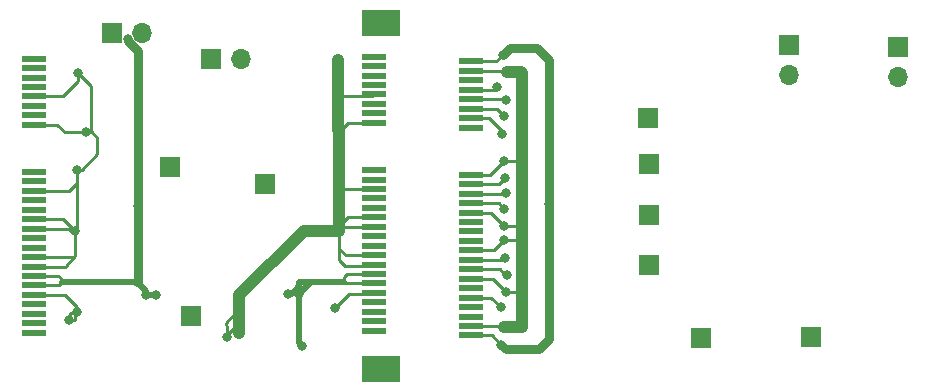
<source format=gbr>
%TF.GenerationSoftware,KiCad,Pcbnew,(6.0.2)*%
%TF.CreationDate,2022-07-28T16:32:46-07:00*%
%TF.ProjectId,mpcie1extv01,6d706369-6531-4657-9874-7630312e6b69,v01*%
%TF.SameCoordinates,Original*%
%TF.FileFunction,Copper,L1,Top*%
%TF.FilePolarity,Positive*%
%FSLAX46Y46*%
G04 Gerber Fmt 4.6, Leading zero omitted, Abs format (unit mm)*
G04 Created by KiCad (PCBNEW (6.0.2)) date 2022-07-28 16:32:46*
%MOMM*%
%LPD*%
G01*
G04 APERTURE LIST*
%TA.AperFunction,SMDPad,CuDef*%
%ADD10R,2.000000X0.600000*%
%TD*%
%TA.AperFunction,ComponentPad*%
%ADD11O,1.700000X1.700000*%
%TD*%
%TA.AperFunction,ComponentPad*%
%ADD12R,1.700000X1.700000*%
%TD*%
%TA.AperFunction,SMDPad,CuDef*%
%ADD13R,3.200000X2.300000*%
%TD*%
%TA.AperFunction,ViaPad*%
%ADD14C,0.800000*%
%TD*%
%TA.AperFunction,Conductor*%
%ADD15C,0.250000*%
%TD*%
%TA.AperFunction,Conductor*%
%ADD16C,1.000000*%
%TD*%
%TA.AperFunction,Conductor*%
%ADD17C,0.500000*%
%TD*%
%TA.AperFunction,Conductor*%
%ADD18C,0.800000*%
%TD*%
G04 APERTURE END LIST*
D10*
%TO.P,U1,51,Reserved*%
%TO.N,unconnected-(U1-Pad51)*%
X66535750Y-171500000D03*
%TO.P,U1,49,Reserved*%
%TO.N,unconnected-(U1-Pad49)*%
X66535750Y-170700000D03*
%TO.P,U1,47,Reserved*%
%TO.N,unconnected-(U1-Pad47)*%
X66535750Y-169900000D03*
%TO.P,U1,45,Reserved*%
%TO.N,unconnected-(U1-Pad45)*%
X66535750Y-169100000D03*
%TO.P,U1,43,GND*%
%TO.N,GND*%
X66535750Y-168300000D03*
%TO.P,U1,41,+3.3Aux*%
%TO.N,/VCC_4G*%
X66535750Y-167500000D03*
%TO.P,U1,39,+3.3Aux*%
X66535750Y-166700000D03*
%TO.P,U1,37,GND*%
%TO.N,GND*%
X66535750Y-165900000D03*
%TO.P,U1,35,GND*%
X66535750Y-165100000D03*
%TO.P,U1,33,PETp0*%
%TO.N,unconnected-(U1-Pad33)*%
X66535750Y-164300000D03*
%TO.P,U1,31,PETn0*%
%TO.N,unconnected-(U1-Pad31)*%
X66535750Y-163500000D03*
%TO.P,U1,29,GND*%
%TO.N,GND*%
X66535750Y-162700000D03*
%TO.P,U1,27,GND*%
X66535750Y-161900000D03*
%TO.P,U1,25,PERp0*%
%TO.N,unconnected-(U1-Pad25)*%
X66535750Y-161100000D03*
%TO.P,U1,23,PERn0*%
%TO.N,unconnected-(U1-Pad23)*%
X66535750Y-160300000D03*
%TO.P,U1,21,GND*%
%TO.N,GND*%
X66535750Y-159500000D03*
%TO.P,U1,19,UIM_C4*%
%TO.N,unconnected-(U1-Pad19)*%
X66535750Y-158700000D03*
%TO.P,U1,17,UIM_C8*%
%TO.N,unconnected-(U1-Pad17)*%
X66535750Y-157900000D03*
%TO.P,U1,15,GND*%
%TO.N,GND*%
X66535750Y-153900000D03*
%TO.P,U1,13,RefClk+*%
%TO.N,unconnected-(U1-Pad13)*%
X66535750Y-153100000D03*
%TO.P,U1,11,RefClk-*%
%TO.N,unconnected-(U1-Pad11)*%
X66535750Y-152300000D03*
%TO.P,U1,9,GND*%
%TO.N,GND*%
X66535750Y-151500000D03*
%TO.P,U1,7,~{CLKREQ}*%
%TO.N,unconnected-(U1-Pad7)*%
X66535750Y-150700000D03*
%TO.P,U1,5,COEX2*%
%TO.N,unconnected-(U1-Pad5)*%
X66535750Y-149900000D03*
%TO.P,U1,3,COEX1*%
%TO.N,unconnected-(U1-Pad3)*%
X66535750Y-149100000D03*
%TO.P,U1,1,~{WAKE}*%
%TO.N,unconnected-(U1-Pad1)*%
X66535750Y-148300000D03*
%TD*%
D11*
%TO.P,J4,2,Pin_2*%
%TO.N,GND*%
X84042250Y-148309000D03*
D12*
%TO.P,J4,1,Pin_1*%
X81502250Y-148309000D03*
%TD*%
D11*
%TO.P,J15,2,Pin_2*%
%TO.N,GND*%
X139677250Y-149834000D03*
D12*
%TO.P,J15,1,Pin_1*%
X139677250Y-147294000D03*
%TD*%
D11*
%TO.P,J14,2,Pin_2*%
%TO.N,/VCC_4G*%
X130437250Y-149684000D03*
D12*
%TO.P,J14,1,Pin_1*%
X130437250Y-147144000D03*
%TD*%
%TO.P,J13,1,Pin_1*%
%TO.N,/SIM_VCC*%
X118547250Y-153299000D03*
%TD*%
%TO.P,J12,1,Pin_1*%
%TO.N,/SIM_SIO*%
X118607250Y-157249000D03*
%TD*%
%TO.P,J11,1,Pin_1*%
%TO.N,/SIM_CLK*%
X118607250Y-161549000D03*
%TD*%
%TO.P,J10,1,Pin_1*%
%TO.N,/SIM_RST*%
X118607250Y-165799000D03*
%TD*%
%TO.P,J9,1,Pin_1*%
%TO.N,/4G_DISABLE*%
X78047250Y-157509000D03*
%TD*%
%TO.P,J8,1,Pin_1*%
%TO.N,/4G_RST*%
X86107250Y-158899000D03*
%TD*%
%TO.P,J7,1,Pin_1*%
%TO.N,/USB_DM_4G*%
X132337250Y-171859000D03*
%TD*%
%TO.P,J6,1,Pin_1*%
%TO.N,/USB_DP_4G*%
X123027250Y-171919000D03*
%TD*%
%TO.P,J5,1,Pin_1*%
%TO.N,/SIM_DET*%
X79850000Y-170050000D03*
%TD*%
D11*
%TO.P,J3,2,Pin_2*%
%TO.N,/VCC_4G*%
X75722250Y-146164000D03*
D12*
%TO.P,J3,1,Pin_1*%
X73182250Y-146164000D03*
%TD*%
D10*
%TO.P,J2,1,~{WAKE}*%
%TO.N,unconnected-(J2-Pad1)*%
X95334250Y-148134000D03*
%TO.P,J2,2,+3V3AUX*%
%TO.N,/VCC_4G*%
X103534250Y-148534000D03*
%TO.P,J2,3,COEX1*%
%TO.N,unconnected-(J2-Pad3)*%
X95334250Y-148934000D03*
%TO.P,J2,4,GND*%
%TO.N,GND*%
X103534250Y-149334000D03*
%TO.P,J2,5,COEX2*%
%TO.N,unconnected-(J2-Pad5)*%
X95334250Y-149734000D03*
%TO.P,J2,6,+1V5*%
%TO.N,unconnected-(J2-Pad6)*%
X103534250Y-150134000D03*
%TO.P,J2,7,~{CLKREQ}*%
%TO.N,unconnected-(J2-Pad7)*%
X95334250Y-150534000D03*
%TO.P,J2,8,UIM_PWR*%
%TO.N,/SIM_VCC*%
X103534250Y-150934000D03*
%TO.P,J2,9,GND*%
%TO.N,GND*%
X95334250Y-151334000D03*
%TO.P,J2,10,UIM_DATA*%
%TO.N,/SIM_SIO*%
X103534250Y-151734000D03*
%TO.P,J2,11,REFCLK-*%
%TO.N,unconnected-(J2-Pad11)*%
X95334250Y-152134000D03*
%TO.P,J2,12,UIM_CLK*%
%TO.N,/SIM_CLK*%
X103534250Y-152534000D03*
%TO.P,J2,13,REFCLK+*%
%TO.N,unconnected-(J2-Pad13)*%
X95334250Y-152934000D03*
%TO.P,J2,14,~{UIM_RESET}*%
%TO.N,/SIM_RST*%
X103534250Y-153334000D03*
%TO.P,J2,15,GND*%
%TO.N,GND*%
X95334250Y-153734000D03*
%TO.P,J2,16,UIM_VPP*%
%TO.N,unconnected-(J2-Pad16)*%
X103534250Y-154134000D03*
%TO.P,J2,17,UIM_C8*%
%TO.N,unconnected-(J2-Pad17)*%
X95334250Y-157734000D03*
%TO.P,J2,18,GND*%
%TO.N,GND*%
X103534250Y-158134000D03*
%TO.P,J2,19,UIM_C4*%
%TO.N,unconnected-(J2-Pad19)*%
X95334250Y-158534000D03*
%TO.P,J2,20,~{W_DISABLE}*%
%TO.N,/4G_DISABLE*%
X103534250Y-158934000D03*
%TO.P,J2,21,GND*%
%TO.N,GND*%
X95334250Y-159334000D03*
%TO.P,J2,22,~{PERST}*%
%TO.N,/4G_RST*%
X103534250Y-159734000D03*
%TO.P,J2,23,PERn0*%
%TO.N,unconnected-(J2-Pad23)*%
X95334250Y-160134000D03*
%TO.P,J2,24,+3V3AUX*%
%TO.N,/VCC_4G*%
X103534250Y-160534000D03*
%TO.P,J2,25,PERp0*%
%TO.N,unconnected-(J2-Pad25)*%
X95334250Y-160934000D03*
%TO.P,J2,26,GND*%
%TO.N,GND*%
X103534250Y-161334000D03*
%TO.P,J2,27,GND*%
X95334250Y-161734000D03*
%TO.P,J2,28,+1V5*%
%TO.N,unconnected-(J2-Pad28)*%
X103534250Y-162134000D03*
%TO.P,J2,29,GND*%
%TO.N,GND*%
X95334250Y-162534000D03*
%TO.P,J2,30,SMB_CLK*%
%TO.N,unconnected-(J2-Pad30)*%
X103534250Y-162934000D03*
%TO.P,J2,31,PETn0*%
%TO.N,unconnected-(J2-Pad31)*%
X95334250Y-163334000D03*
%TO.P,J2,32,SMB_DATA*%
%TO.N,unconnected-(J2-Pad32)*%
X103534250Y-163734000D03*
%TO.P,J2,33,PETp0*%
%TO.N,unconnected-(J2-Pad33)*%
X95334250Y-164134000D03*
%TO.P,J2,34,GND*%
%TO.N,GND*%
X103534250Y-164534000D03*
%TO.P,J2,35,GND*%
X95334250Y-164934000D03*
%TO.P,J2,36,USB_D-*%
%TO.N,/USB_DM_4G*%
X103534250Y-165334000D03*
%TO.P,J2,37,GND*%
%TO.N,GND*%
X95334250Y-165734000D03*
%TO.P,J2,38,USB_D+*%
%TO.N,/USB_DP_4G*%
X103534250Y-166134000D03*
%TO.P,J2,39,+3V3AUX*%
%TO.N,/VCC_4G*%
X95334250Y-166534000D03*
%TO.P,J2,40,GND*%
%TO.N,GND*%
X103534250Y-166934000D03*
%TO.P,J2,41,+3V3AUX*%
%TO.N,/VCC_4G*%
X95334250Y-167334000D03*
%TO.P,J2,42,~{LED_WWAN}*%
%TO.N,unconnected-(J2-Pad42)*%
X103534250Y-167734000D03*
%TO.P,J2,43,GND*%
%TO.N,GND*%
X95334250Y-168134000D03*
%TO.P,J2,44,~{LED_WLAN}*%
%TO.N,/SIM_DET*%
X103534250Y-168534000D03*
%TO.P,J2,45,Reserved*%
%TO.N,unconnected-(J2-Pad45)*%
X95334250Y-168934000D03*
%TO.P,J2,46,~{LED_WPAN}*%
%TO.N,unconnected-(J2-Pad46)*%
X103534250Y-169334000D03*
%TO.P,J2,47,Reserved*%
%TO.N,unconnected-(J2-Pad47)*%
X95334250Y-169734000D03*
%TO.P,J2,48,+1V5*%
%TO.N,unconnected-(J2-Pad48)*%
X103534250Y-170134000D03*
%TO.P,J2,49,Reserved*%
%TO.N,unconnected-(J2-Pad49)*%
X95334250Y-170534000D03*
%TO.P,J2,50,GND*%
%TO.N,GND*%
X103534250Y-170934000D03*
%TO.P,J2,51,Reserved*%
%TO.N,unconnected-(J2-Pad51)*%
X95334250Y-171334000D03*
%TO.P,J2,52,+3V3AUX*%
%TO.N,/VCC_4G*%
X103534250Y-171734000D03*
D13*
%TO.P,J2,MP,MP*%
%TO.N,unconnected-(J2-PadMP)*%
X95934250Y-174584000D03*
X95934250Y-145284000D03*
%TD*%
D14*
%TO.N,GND*%
X69478125Y-170428125D03*
X82850000Y-171850000D03*
X83900000Y-171500000D03*
%TO.N,/VCC_4G*%
X88011250Y-168188750D03*
X76000000Y-168300000D03*
X76899503Y-168350000D03*
X89011250Y-168188750D03*
%TO.N,GND*%
X70278250Y-149500000D03*
%TO.N,/VCC_4G*%
X75337250Y-160739000D03*
X74491250Y-146665000D03*
X89230250Y-172634000D03*
%TO.N,GND*%
X70147250Y-169759000D03*
X92051250Y-169433000D03*
X70145250Y-157714000D03*
X70018250Y-162921000D03*
X92387250Y-162855000D03*
X92260250Y-148377000D03*
X92387250Y-154473000D03*
X70907250Y-154539000D03*
%TO.N,/SIM_DET*%
X106107250Y-169369000D03*
%TO.N,/USB_DP_4G*%
X106557250Y-166589000D03*
%TO.N,/USB_DM_4G*%
X106427250Y-165199000D03*
%TO.N,/4G_RST*%
X106484250Y-159680000D03*
%TO.N,/4G_DISABLE*%
X106427250Y-158389000D03*
%TO.N,/SIM_RST*%
X106167250Y-154649000D03*
%TO.N,/SIM_CLK*%
X106317250Y-153149000D03*
%TO.N,/SIM_SIO*%
X106484250Y-151806000D03*
%TO.N,/SIM_VCC*%
X105767250Y-150709000D03*
%TO.N,/VCC_4G*%
X110167250Y-160569000D03*
X106103250Y-172507000D03*
X106347250Y-161009000D03*
X106230250Y-147996000D03*
%TO.N,GND*%
X106357250Y-170983000D03*
X106507250Y-168059000D03*
X106347250Y-163679000D03*
X106317250Y-162449000D03*
X106297250Y-156999000D03*
X106570250Y-149434000D03*
%TD*%
D15*
%TO.N,GND*%
X82800000Y-170650000D02*
X83850000Y-169600000D01*
X83850000Y-169600000D02*
X83900000Y-169600000D01*
X82800000Y-170850000D02*
X82800000Y-170650000D01*
X82850000Y-170900000D02*
X82800000Y-170850000D01*
D16*
X83900000Y-168350000D02*
X83900000Y-169600000D01*
X83900000Y-169600000D02*
X83900000Y-170650000D01*
D15*
X82850000Y-171850000D02*
X82850000Y-170900000D01*
X82850000Y-171700000D02*
X83900000Y-170650000D01*
X82850000Y-171850000D02*
X82850000Y-171700000D01*
D16*
X83900000Y-170650000D02*
X83900000Y-171500000D01*
D15*
X69700000Y-169800000D02*
X69500000Y-170000000D01*
X70147250Y-169759000D02*
X70106250Y-169800000D01*
X70106250Y-169800000D02*
X69700000Y-169800000D01*
X69500000Y-170450000D02*
X69478125Y-170428125D01*
X70000000Y-170450000D02*
X69500000Y-170450000D01*
X70000000Y-169906250D02*
X70000000Y-170450000D01*
X70147250Y-169759000D02*
X70000000Y-169906250D01*
X70145250Y-162794000D02*
X70018250Y-162921000D01*
X70145250Y-158857000D02*
X70145250Y-162794000D01*
X71400000Y-154500000D02*
X71439000Y-154539000D01*
X70278250Y-149528250D02*
X71400000Y-150650000D01*
X71400000Y-150650000D02*
X71400000Y-154500000D01*
X70278250Y-149500000D02*
X70278250Y-149528250D01*
X71900000Y-155000000D02*
X71900000Y-156400000D01*
X71439000Y-154539000D02*
X71900000Y-155000000D01*
X71900000Y-156400000D02*
X70586000Y-157714000D01*
X70586000Y-157714000D02*
X70145250Y-157714000D01*
X70907250Y-154539000D02*
X71439000Y-154539000D01*
D16*
X89395000Y-162855000D02*
X83900000Y-168350000D01*
X92387250Y-162855000D02*
X89395000Y-162855000D01*
D17*
%TO.N,/VCC_4G*%
X88411250Y-168188750D02*
X89011250Y-167588750D01*
X89011250Y-167588750D02*
X89011250Y-168188750D01*
X88011250Y-168188750D02*
X88411250Y-168188750D01*
X89011250Y-167173000D02*
X89011250Y-167588750D01*
X76849503Y-168300000D02*
X76899503Y-168350000D01*
X76000000Y-168300000D02*
X76849503Y-168300000D01*
X90027000Y-167173000D02*
X89011250Y-168188750D01*
X90377000Y-167173000D02*
X90027000Y-167173000D01*
X90377000Y-167173000D02*
X92768250Y-167173000D01*
X89011250Y-167173000D02*
X90377000Y-167173000D01*
X76000000Y-167941750D02*
X75297250Y-167239000D01*
X76000000Y-168300000D02*
X76000000Y-167941750D01*
X89011250Y-168188750D02*
X89011250Y-172415000D01*
D15*
%TO.N,GND*%
X107435250Y-161331000D02*
X107881250Y-161331000D01*
X70278250Y-150218000D02*
X70278250Y-149500000D01*
X66535750Y-151500000D02*
X68996250Y-151500000D01*
X68996250Y-151500000D02*
X70278250Y-150218000D01*
X95234250Y-151434000D02*
X92622250Y-151434000D01*
X95334250Y-151334000D02*
X95234250Y-151434000D01*
X92622250Y-151434000D02*
X92260250Y-151072000D01*
D16*
X92260250Y-151072000D02*
X92260250Y-154346000D01*
X92260250Y-148377000D02*
X92260250Y-151072000D01*
D15*
%TO.N,/SIM_VCC*%
X105767250Y-150709000D02*
X105542250Y-150934000D01*
X105542250Y-150934000D02*
X103534250Y-150934000D01*
%TO.N,/SIM_CLK*%
X105702250Y-152534000D02*
X103534250Y-152534000D01*
X106317250Y-153149000D02*
X105702250Y-152534000D01*
%TO.N,/SIM_RST*%
X105083250Y-153334000D02*
X103534250Y-153334000D01*
X106167250Y-154418000D02*
X105083250Y-153334000D01*
X106167250Y-154649000D02*
X106167250Y-154418000D01*
D17*
%TO.N,/VCC_4G*%
X88945250Y-167239000D02*
X89011250Y-167173000D01*
D15*
%TO.N,GND*%
X107687250Y-156999000D02*
X107881250Y-157193000D01*
X106297250Y-156999000D02*
X107687250Y-156999000D01*
D16*
X107881250Y-157193000D02*
X107881250Y-158537000D01*
X107881250Y-149520000D02*
X107881250Y-157193000D01*
D15*
%TO.N,/SIM_DET*%
X105272250Y-168534000D02*
X103534250Y-168534000D01*
X106107250Y-169369000D02*
X105272250Y-168534000D01*
%TO.N,GND*%
X106507250Y-168059000D02*
X107687250Y-168059000D01*
D16*
X107881250Y-167865000D02*
X107881250Y-170983000D01*
X107881250Y-167427000D02*
X107881250Y-167865000D01*
D15*
X107687250Y-168059000D02*
X107881250Y-167865000D01*
D16*
X107881250Y-163325000D02*
X107881250Y-164379000D01*
X107881250Y-162355000D02*
X107881250Y-163325000D01*
D15*
X106347250Y-163679000D02*
X107527250Y-163679000D01*
X107527250Y-163679000D02*
X107881250Y-163325000D01*
X105492250Y-164534000D02*
X103534250Y-164534000D01*
X106347250Y-163679000D02*
X105492250Y-164534000D01*
X107787250Y-162449000D02*
X107881250Y-162355000D01*
X106317250Y-162449000D02*
X107787250Y-162449000D01*
D16*
X107881250Y-161331000D02*
X107881250Y-162355000D01*
D15*
%TO.N,/USB_DM_4G*%
X106292250Y-165334000D02*
X103534250Y-165334000D01*
X106427250Y-165199000D02*
X106292250Y-165334000D01*
%TO.N,/USB_DP_4G*%
X105999250Y-166134000D02*
X103534250Y-166134000D01*
X106454250Y-166589000D02*
X105999250Y-166134000D01*
X106557250Y-166589000D02*
X106454250Y-166589000D01*
%TO.N,GND*%
X106507250Y-168059000D02*
X105382250Y-166934000D01*
X105382250Y-166934000D02*
X103534250Y-166934000D01*
%TO.N,/4G_DISABLE*%
X106427250Y-158389000D02*
X105882250Y-158934000D01*
X105882250Y-158934000D02*
X103534250Y-158934000D01*
%TO.N,GND*%
X105162250Y-158134000D02*
X103534250Y-158134000D01*
X106297250Y-156999000D02*
X105162250Y-158134000D01*
%TO.N,/VCC_4G*%
X105872250Y-160534000D02*
X103534250Y-160534000D01*
X106347250Y-161009000D02*
X105872250Y-160534000D01*
%TO.N,GND*%
X105202250Y-161334000D02*
X103534250Y-161334000D01*
X106317250Y-162449000D02*
X105202250Y-161334000D01*
X93403250Y-153711000D02*
X93149250Y-153711000D01*
X93992250Y-153711000D02*
X93403250Y-153711000D01*
X95334250Y-159334000D02*
X92612250Y-159334000D01*
X95334250Y-162534000D02*
X93082250Y-162534000D01*
X92708250Y-162534000D02*
X92387250Y-162855000D01*
X93082250Y-162534000D02*
X92708250Y-162534000D01*
X92852250Y-165834000D02*
X92381250Y-165363000D01*
X92381250Y-165363000D02*
X92381250Y-164393000D01*
X93200250Y-165834000D02*
X92852250Y-165834000D01*
X93200250Y-165834000D02*
X95234250Y-165834000D01*
X93242250Y-168234000D02*
X95234250Y-168234000D01*
D18*
%TO.N,/VCC_4G*%
X75337250Y-160739000D02*
X75337250Y-167199000D01*
X75337250Y-167199000D02*
X75297250Y-167239000D01*
X74491250Y-146665000D02*
X74491250Y-146793000D01*
D17*
X68875250Y-167239000D02*
X75297250Y-167239000D01*
D18*
X74491250Y-146793000D02*
X75337250Y-147639000D01*
X75337250Y-147639000D02*
X75337250Y-160739000D01*
D17*
X89011250Y-172415000D02*
X89230250Y-172634000D01*
D15*
%TO.N,GND*%
X70147250Y-169291000D02*
X69156250Y-168300000D01*
X70147250Y-169759000D02*
X70147250Y-169291000D01*
X66535750Y-168300000D02*
X69156250Y-168300000D01*
X93242250Y-168242000D02*
X92051250Y-169433000D01*
X93242250Y-168234000D02*
X93242250Y-168242000D01*
X92922250Y-164934000D02*
X92381250Y-164393000D01*
X93370250Y-164934000D02*
X92922250Y-164934000D01*
X92381250Y-164393000D02*
X92381250Y-162861000D01*
X93370250Y-164934000D02*
X93218250Y-164934000D01*
X95334250Y-164934000D02*
X93370250Y-164934000D01*
X92381250Y-162861000D02*
X92387250Y-162855000D01*
X69956250Y-165080000D02*
X70018250Y-165018000D01*
X69013250Y-165080000D02*
X69956250Y-165080000D01*
X69208250Y-165828000D02*
X70018250Y-165018000D01*
X69208250Y-165900000D02*
X69208250Y-165828000D01*
X66535750Y-165900000D02*
X69208250Y-165900000D01*
X70018250Y-165018000D02*
X70018250Y-162921000D01*
X92612250Y-159334000D02*
X92387250Y-159109000D01*
D16*
X92387250Y-159109000D02*
X92387250Y-162855000D01*
X92387250Y-154473000D02*
X92387250Y-159109000D01*
D15*
X69518250Y-159484000D02*
X70145250Y-158857000D01*
X69518250Y-159500000D02*
X69518250Y-159484000D01*
X70145250Y-158857000D02*
X70145250Y-157714000D01*
X66535750Y-159500000D02*
X69518250Y-159500000D01*
X69637250Y-162921000D02*
X70018250Y-162921000D01*
X69416250Y-162700000D02*
X69637250Y-162921000D01*
X66535750Y-162700000D02*
X69416250Y-162700000D01*
X92387250Y-162474000D02*
X92387250Y-162855000D01*
X93127250Y-161734000D02*
X92387250Y-162474000D01*
X95334250Y-161734000D02*
X93127250Y-161734000D01*
X69007250Y-161910000D02*
X69007250Y-161900000D01*
X70018250Y-162921000D02*
X69007250Y-161910000D01*
X66535750Y-161900000D02*
X69007250Y-161900000D01*
D16*
X92260250Y-154346000D02*
X92387250Y-154473000D01*
D15*
X68490250Y-153900000D02*
X66535750Y-153900000D01*
X69129250Y-154539000D02*
X68490250Y-153900000D01*
X70907250Y-154539000D02*
X69129250Y-154539000D01*
X93149250Y-153711000D02*
X92387250Y-154473000D01*
X94015250Y-153734000D02*
X93992250Y-153711000D01*
X95334250Y-153734000D02*
X94015250Y-153734000D01*
%TO.N,/4G_RST*%
X106430250Y-159734000D02*
X106484250Y-159680000D01*
X103534250Y-159734000D02*
X106430250Y-159734000D01*
%TO.N,/SIM_SIO*%
X106412250Y-151734000D02*
X106484250Y-151806000D01*
X103534250Y-151734000D02*
X106412250Y-151734000D01*
D18*
%TO.N,/VCC_4G*%
X106865250Y-147361000D02*
X106230250Y-147996000D01*
X109151250Y-147361000D02*
X106865250Y-147361000D01*
X110167250Y-148377000D02*
X109151250Y-147361000D01*
X110167250Y-160569000D02*
X110167250Y-148377000D01*
X106484250Y-172888000D02*
X106103250Y-172507000D01*
X109278250Y-172888000D02*
X106484250Y-172888000D01*
X110167250Y-171999000D02*
X109278250Y-172888000D01*
X110167250Y-160569000D02*
X110167250Y-171999000D01*
D15*
X105330250Y-171734000D02*
X106103250Y-172507000D01*
X103534250Y-171734000D02*
X105330250Y-171734000D01*
X105692250Y-148534000D02*
X106230250Y-147996000D01*
X103534250Y-148534000D02*
X105692250Y-148534000D01*
X92929250Y-167334000D02*
X95334250Y-167334000D01*
X92768250Y-167173000D02*
X92929250Y-167334000D01*
X92768250Y-166792000D02*
X92768250Y-167173000D01*
X93026250Y-166534000D02*
X92768250Y-166792000D01*
X95334250Y-166534000D02*
X93026250Y-166534000D01*
X68590250Y-166700000D02*
X66535750Y-166700000D01*
X68875250Y-166985000D02*
X68590250Y-166700000D01*
X68875250Y-167239000D02*
X68875250Y-166985000D01*
X66535750Y-167500000D02*
X68614250Y-167500000D01*
X68614250Y-167500000D02*
X68875250Y-167239000D01*
D16*
%TO.N,GND*%
X107881250Y-158537000D02*
X107881250Y-161331000D01*
X107881250Y-164379000D02*
X107881250Y-167427000D01*
X107881250Y-170983000D02*
X106357250Y-170983000D01*
X107754250Y-149393000D02*
X107881250Y-149520000D01*
X107713250Y-149434000D02*
X107754250Y-149393000D01*
X106570250Y-149434000D02*
X107713250Y-149434000D01*
D15*
X106308250Y-170934000D02*
X106357250Y-170983000D01*
X103534250Y-170934000D02*
X106308250Y-170934000D01*
X106470250Y-149334000D02*
X103534250Y-149334000D01*
X106570250Y-149434000D02*
X106470250Y-149334000D01*
X95234250Y-153834000D02*
X95334250Y-153734000D01*
X95234250Y-168234000D02*
X95334250Y-168134000D01*
X69002250Y-165080000D02*
X69013250Y-165080000D01*
X68982250Y-165100000D02*
X69002250Y-165080000D01*
X66535750Y-165100000D02*
X68982250Y-165100000D01*
X95234250Y-165834000D02*
X95334250Y-165734000D01*
X95234250Y-161834000D02*
X95334250Y-161734000D01*
%TD*%
M02*

</source>
